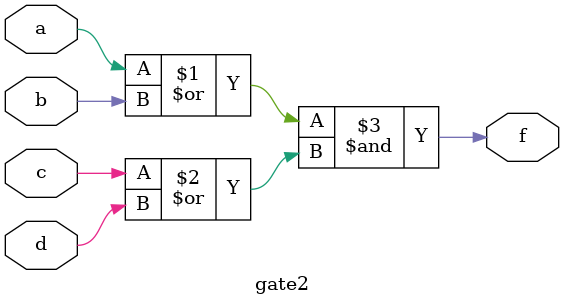
<source format=v>
module gate2(a,b,c,d,f);
	input a,b,c,d;
	output f;
	assign f = (a|b)&(c|d);
endmodule

</source>
